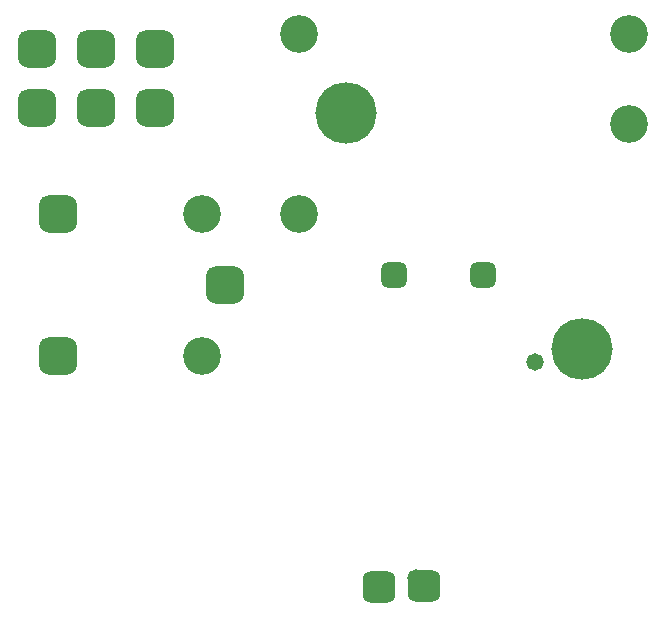
<source format=gbs>
G04 Layer_Color=16711935*
%FSAX24Y24*%
%MOIN*%
G70*
G01*
G75*
%ADD57C,0.1261*%
G04:AMPARAMS|DCode=58|XSize=86.7mil|YSize=86.7mil|CornerRadius=23.7mil|HoleSize=0mil|Usage=FLASHONLY|Rotation=180.000|XOffset=0mil|YOffset=0mil|HoleType=Round|Shape=RoundedRectangle|*
%AMROUNDEDRECTD58*
21,1,0.0867,0.0394,0,0,180.0*
21,1,0.0394,0.0867,0,0,180.0*
1,1,0.0474,-0.0197,0.0197*
1,1,0.0474,0.0197,0.0197*
1,1,0.0474,0.0197,-0.0197*
1,1,0.0474,-0.0197,-0.0197*
%
%ADD58ROUNDEDRECTD58*%
G04:AMPARAMS|DCode=59|XSize=126.1mil|YSize=126.1mil|CornerRadius=33.5mil|HoleSize=0mil|Usage=FLASHONLY|Rotation=90.000|XOffset=0mil|YOffset=0mil|HoleType=Round|Shape=RoundedRectangle|*
%AMROUNDEDRECTD59*
21,1,0.1261,0.0591,0,0,90.0*
21,1,0.0591,0.1261,0,0,90.0*
1,1,0.0671,0.0295,0.0295*
1,1,0.0671,0.0295,-0.0295*
1,1,0.0671,-0.0295,-0.0295*
1,1,0.0671,-0.0295,0.0295*
%
%ADD59ROUNDEDRECTD59*%
G04:AMPARAMS|DCode=60|XSize=126.1mil|YSize=126.1mil|CornerRadius=33.5mil|HoleSize=0mil|Usage=FLASHONLY|Rotation=0.000|XOffset=0mil|YOffset=0mil|HoleType=Round|Shape=RoundedRectangle|*
%AMROUNDEDRECTD60*
21,1,0.1261,0.0591,0,0,0.0*
21,1,0.0591,0.1261,0,0,0.0*
1,1,0.0671,0.0295,-0.0295*
1,1,0.0671,-0.0295,-0.0295*
1,1,0.0671,-0.0295,0.0295*
1,1,0.0671,0.0295,0.0295*
%
%ADD60ROUNDEDRECTD60*%
%ADD61C,0.2049*%
G04:AMPARAMS|DCode=62|XSize=108mil|YSize=108mil|CornerRadius=29mil|HoleSize=0mil|Usage=FLASHONLY|Rotation=0.000|XOffset=0mil|YOffset=0mil|HoleType=Round|Shape=RoundedRectangle|*
%AMROUNDEDRECTD62*
21,1,0.1080,0.0500,0,0,0.0*
21,1,0.0500,0.1080,0,0,0.0*
1,1,0.0580,0.0250,-0.0250*
1,1,0.0580,-0.0250,-0.0250*
1,1,0.0580,-0.0250,0.0250*
1,1,0.0580,0.0250,0.0250*
%
%ADD62ROUNDEDRECTD62*%
%ADD63C,0.0580*%
D57*
X031500Y045700D02*
D03*
X031500Y048700D02*
D03*
X020500Y048700D02*
D03*
X020500Y042700D02*
D03*
X017253Y042700D02*
D03*
X017253Y037976D02*
D03*
D58*
X026626Y040650D02*
D03*
X023674Y040650D02*
D03*
D59*
X018041Y040338D02*
D03*
X012450Y042700D02*
D03*
X012450Y037976D02*
D03*
D60*
X015687Y046231D02*
D03*
X015687Y048200D02*
D03*
X013719Y046231D02*
D03*
X011750Y046231D02*
D03*
X013719Y048200D02*
D03*
X011750Y048200D02*
D03*
D61*
X022047Y046063D02*
D03*
X029921Y038189D02*
D03*
D62*
X023150Y030250D02*
D03*
X024650Y030300D02*
D03*
D63*
X023400Y030500D02*
D03*
X028350Y037750D02*
D03*
X024400Y030550D02*
D03*
M02*

</source>
